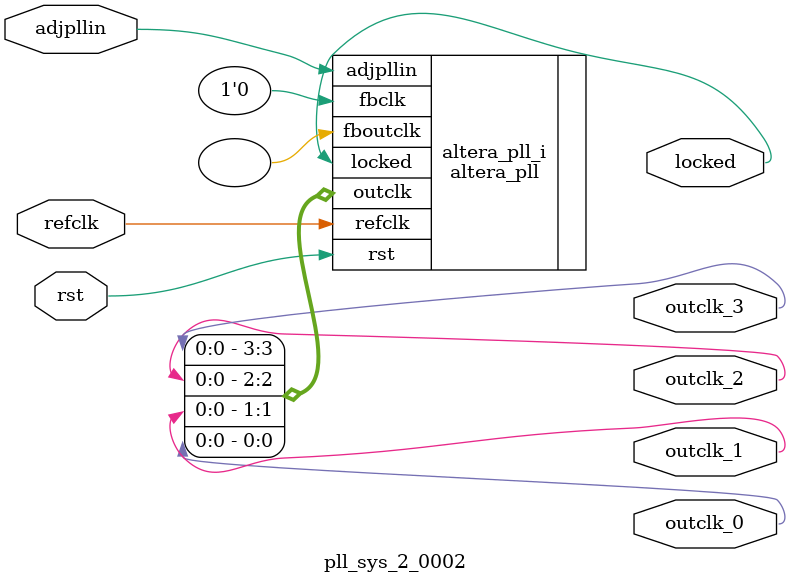
<source format=v>
`timescale 1ns/10ps
module  pll_sys_2_0002(

	// interface 'refclk'
	input wire refclk,

	// interface 'reset'
	input wire rst,

	// interface 'outclk0'
	output wire outclk_0,

	// interface 'outclk1'
	output wire outclk_1,

	// interface 'outclk2'
	output wire outclk_2,

	// interface 'outclk3'
	output wire outclk_3,

	// interface 'locked'
	output wire locked,

	// interface 'adjpllin'
	input wire adjpllin
);

	altera_pll #(
		.fractional_vco_multiplier("true"),
		.reference_clock_frequency("96.0 MHz"),
		.pll_fractional_cout(32),
		.pll_dsm_out_sel("1st_order"),
		.operation_mode("direct"),
		.number_of_clocks(4),
		.output_clock_frequency0("6.000000 MHz"),
		.phase_shift0("0 ps"),
		.duty_cycle0(50),
		.output_clock_frequency1("6.000000 MHz"),
		.phase_shift1("41667 ps"),
		.duty_cycle1(50),
		.output_clock_frequency2("8.000000 MHz"),
		.phase_shift2("0 ps"),
		.duty_cycle2(50),
		.output_clock_frequency3("4.000000 MHz"),
		.phase_shift3("0 ps"),
		.duty_cycle3(50),
		.output_clock_frequency4("0 MHz"),
		.phase_shift4("0 ps"),
		.duty_cycle4(50),
		.output_clock_frequency5("0 MHz"),
		.phase_shift5("0 ps"),
		.duty_cycle5(50),
		.output_clock_frequency6("0 MHz"),
		.phase_shift6("0 ps"),
		.duty_cycle6(50),
		.output_clock_frequency7("0 MHz"),
		.phase_shift7("0 ps"),
		.duty_cycle7(50),
		.output_clock_frequency8("0 MHz"),
		.phase_shift8("0 ps"),
		.duty_cycle8(50),
		.output_clock_frequency9("0 MHz"),
		.phase_shift9("0 ps"),
		.duty_cycle9(50),
		.output_clock_frequency10("0 MHz"),
		.phase_shift10("0 ps"),
		.duty_cycle10(50),
		.output_clock_frequency11("0 MHz"),
		.phase_shift11("0 ps"),
		.duty_cycle11(50),
		.output_clock_frequency12("0 MHz"),
		.phase_shift12("0 ps"),
		.duty_cycle12(50),
		.output_clock_frequency13("0 MHz"),
		.phase_shift13("0 ps"),
		.duty_cycle13(50),
		.output_clock_frequency14("0 MHz"),
		.phase_shift14("0 ps"),
		.duty_cycle14(50),
		.output_clock_frequency15("0 MHz"),
		.phase_shift15("0 ps"),
		.duty_cycle15(50),
		.output_clock_frequency16("0 MHz"),
		.phase_shift16("0 ps"),
		.duty_cycle16(50),
		.output_clock_frequency17("0 MHz"),
		.phase_shift17("0 ps"),
		.duty_cycle17(50),
		.pll_type("Cyclone V"),
		.pll_subtype("General"),
		.m_cnt_hi_div(4),
		.m_cnt_lo_div(4),
		.n_cnt_hi_div(256),
		.n_cnt_lo_div(256),
		.m_cnt_bypass_en("false"),
		.n_cnt_bypass_en("true"),
		.m_cnt_odd_div_duty_en("false"),
		.n_cnt_odd_div_duty_en("false"),
		.c_cnt_hi_div0(64),
		.c_cnt_lo_div0(64),
		.c_cnt_prst0(1),
		.c_cnt_ph_mux_prst0(0),
		.c_cnt_in_src0("ph_mux_clk"),
		.c_cnt_bypass_en0("false"),
		.c_cnt_odd_div_duty_en0("false"),
		.c_cnt_hi_div1(64),
		.c_cnt_lo_div1(64),
		.c_cnt_prst1(33),
		.c_cnt_ph_mux_prst1(0),
		.c_cnt_in_src1("ph_mux_clk"),
		.c_cnt_bypass_en1("false"),
		.c_cnt_odd_div_duty_en1("false"),
		.c_cnt_hi_div2(48),
		.c_cnt_lo_div2(48),
		.c_cnt_prst2(1),
		.c_cnt_ph_mux_prst2(0),
		.c_cnt_in_src2("ph_mux_clk"),
		.c_cnt_bypass_en2("false"),
		.c_cnt_odd_div_duty_en2("false"),
		.c_cnt_hi_div3(96),
		.c_cnt_lo_div3(96),
		.c_cnt_prst3(1),
		.c_cnt_ph_mux_prst3(0),
		.c_cnt_in_src3("ph_mux_clk"),
		.c_cnt_bypass_en3("false"),
		.c_cnt_odd_div_duty_en3("false"),
		.c_cnt_hi_div4(1),
		.c_cnt_lo_div4(1),
		.c_cnt_prst4(1),
		.c_cnt_ph_mux_prst4(0),
		.c_cnt_in_src4("ph_mux_clk"),
		.c_cnt_bypass_en4("true"),
		.c_cnt_odd_div_duty_en4("false"),
		.c_cnt_hi_div5(1),
		.c_cnt_lo_div5(1),
		.c_cnt_prst5(1),
		.c_cnt_ph_mux_prst5(0),
		.c_cnt_in_src5("ph_mux_clk"),
		.c_cnt_bypass_en5("true"),
		.c_cnt_odd_div_duty_en5("false"),
		.c_cnt_hi_div6(1),
		.c_cnt_lo_div6(1),
		.c_cnt_prst6(1),
		.c_cnt_ph_mux_prst6(0),
		.c_cnt_in_src6("ph_mux_clk"),
		.c_cnt_bypass_en6("true"),
		.c_cnt_odd_div_duty_en6("false"),
		.c_cnt_hi_div7(1),
		.c_cnt_lo_div7(1),
		.c_cnt_prst7(1),
		.c_cnt_ph_mux_prst7(0),
		.c_cnt_in_src7("ph_mux_clk"),
		.c_cnt_bypass_en7("true"),
		.c_cnt_odd_div_duty_en7("false"),
		.c_cnt_hi_div8(1),
		.c_cnt_lo_div8(1),
		.c_cnt_prst8(1),
		.c_cnt_ph_mux_prst8(0),
		.c_cnt_in_src8("ph_mux_clk"),
		.c_cnt_bypass_en8("true"),
		.c_cnt_odd_div_duty_en8("false"),
		.c_cnt_hi_div9(1),
		.c_cnt_lo_div9(1),
		.c_cnt_prst9(1),
		.c_cnt_ph_mux_prst9(0),
		.c_cnt_in_src9("ph_mux_clk"),
		.c_cnt_bypass_en9("true"),
		.c_cnt_odd_div_duty_en9("false"),
		.c_cnt_hi_div10(1),
		.c_cnt_lo_div10(1),
		.c_cnt_prst10(1),
		.c_cnt_ph_mux_prst10(0),
		.c_cnt_in_src10("ph_mux_clk"),
		.c_cnt_bypass_en10("true"),
		.c_cnt_odd_div_duty_en10("false"),
		.c_cnt_hi_div11(1),
		.c_cnt_lo_div11(1),
		.c_cnt_prst11(1),
		.c_cnt_ph_mux_prst11(0),
		.c_cnt_in_src11("ph_mux_clk"),
		.c_cnt_bypass_en11("true"),
		.c_cnt_odd_div_duty_en11("false"),
		.c_cnt_hi_div12(1),
		.c_cnt_lo_div12(1),
		.c_cnt_prst12(1),
		.c_cnt_ph_mux_prst12(0),
		.c_cnt_in_src12("ph_mux_clk"),
		.c_cnt_bypass_en12("true"),
		.c_cnt_odd_div_duty_en12("false"),
		.c_cnt_hi_div13(1),
		.c_cnt_lo_div13(1),
		.c_cnt_prst13(1),
		.c_cnt_ph_mux_prst13(0),
		.c_cnt_in_src13("ph_mux_clk"),
		.c_cnt_bypass_en13("true"),
		.c_cnt_odd_div_duty_en13("false"),
		.c_cnt_hi_div14(1),
		.c_cnt_lo_div14(1),
		.c_cnt_prst14(1),
		.c_cnt_ph_mux_prst14(0),
		.c_cnt_in_src14("ph_mux_clk"),
		.c_cnt_bypass_en14("true"),
		.c_cnt_odd_div_duty_en14("false"),
		.c_cnt_hi_div15(1),
		.c_cnt_lo_div15(1),
		.c_cnt_prst15(1),
		.c_cnt_ph_mux_prst15(0),
		.c_cnt_in_src15("ph_mux_clk"),
		.c_cnt_bypass_en15("true"),
		.c_cnt_odd_div_duty_en15("false"),
		.c_cnt_hi_div16(1),
		.c_cnt_lo_div16(1),
		.c_cnt_prst16(1),
		.c_cnt_ph_mux_prst16(0),
		.c_cnt_in_src16("ph_mux_clk"),
		.c_cnt_bypass_en16("true"),
		.c_cnt_odd_div_duty_en16("false"),
		.c_cnt_hi_div17(1),
		.c_cnt_lo_div17(1),
		.c_cnt_prst17(1),
		.c_cnt_ph_mux_prst17(0),
		.c_cnt_in_src17("ph_mux_clk"),
		.c_cnt_bypass_en17("true"),
		.c_cnt_odd_div_duty_en17("false"),
		.pll_vco_div(1),
		.pll_cp_current(30),
		.pll_bwctrl(2000),
		.pll_output_clk_frequency("768.0 MHz"),
		.pll_fractional_division("1"),
		.mimic_fbclk_type("none"),
		.pll_fbclk_mux_1("glb"),
		.pll_fbclk_mux_2("m_cnt"),
		.pll_m_cnt_in_src("ph_mux_clk"),
		.pll_slf_rst("false"),
		.pll_clkin_0_src("adj_pll_clk")
	) altera_pll_i (
		.rst	(rst),
		.outclk	({outclk_3, outclk_2, outclk_1, outclk_0}),
		.locked	(locked),
		.adjpllin	(adjpllin),
		.fboutclk	( ),
		.fbclk	(1'b0),
		.refclk	(refclk)
	);
endmodule


</source>
